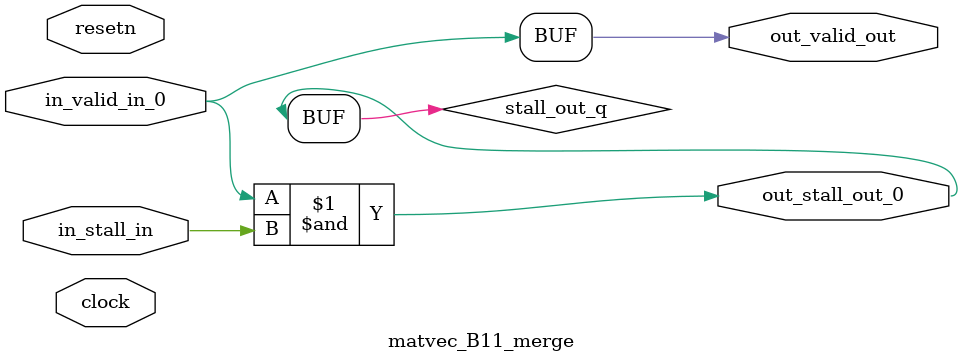
<source format=sv>



(* altera_attribute = "-name AUTO_SHIFT_REGISTER_RECOGNITION OFF; -name MESSAGE_DISABLE 10036; -name MESSAGE_DISABLE 10037; -name MESSAGE_DISABLE 14130; -name MESSAGE_DISABLE 14320; -name MESSAGE_DISABLE 15400; -name MESSAGE_DISABLE 14130; -name MESSAGE_DISABLE 10036; -name MESSAGE_DISABLE 12020; -name MESSAGE_DISABLE 12030; -name MESSAGE_DISABLE 12010; -name MESSAGE_DISABLE 12110; -name MESSAGE_DISABLE 14320; -name MESSAGE_DISABLE 13410; -name MESSAGE_DISABLE 113007; -name MESSAGE_DISABLE 10958" *)
module matvec_B11_merge (
    input wire [0:0] in_stall_in,
    input wire [0:0] in_valid_in_0,
    output wire [0:0] out_stall_out_0,
    output wire [0:0] out_valid_out,
    input wire clock,
    input wire resetn
    );

    wire [0:0] stall_out_q;


    // stall_out(LOGICAL,6)
    assign stall_out_q = in_valid_in_0 & in_stall_in;

    // out_stall_out_0(GPOUT,4)
    assign out_stall_out_0 = stall_out_q;

    // out_valid_out(GPOUT,5)
    assign out_valid_out = in_valid_in_0;

endmodule

</source>
